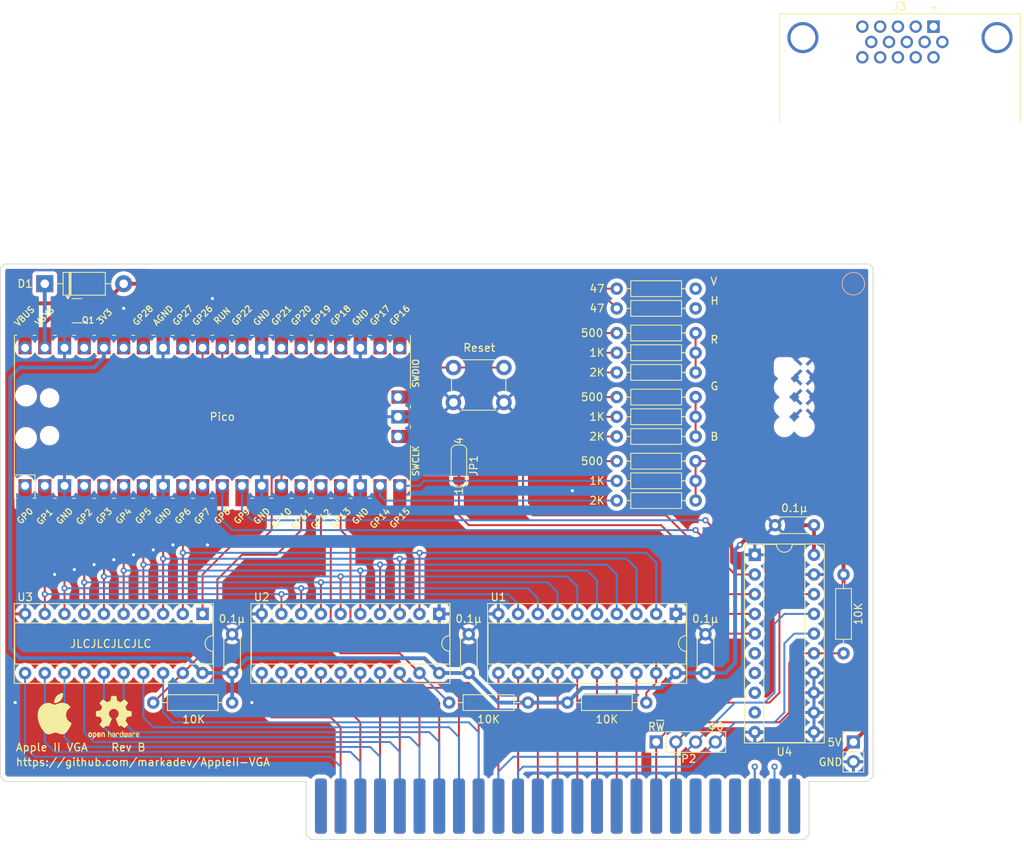
<source format=kicad_pcb>
(kicad_pcb (version 20240108) (generator "pcbnew") (generator_version "8.0")
  (title_block (title "Apple II VGA Card") (date "2023-09-09") (rev "B") (comment 1 "Licensed under CERN-OHL-P V2.0 (https://ohwr.org/cern_ohl_p_v2.txt)") (comment 2 "Copyright (c) 2021-2023 Mark Aikens"))
  (layers (0 "F.Cu" signal) (31 "B.Cu" signal) (35 "F.Paste" user) (37 "F.SilkS" user "F.Silkscreen") (38 "B.Mask" user) (39 "F.Mask" user) (44 "Edge.Cuts" user))
  (net 0 "")
  (net 1 "+5V")
  (net 2 "GND")
  (net 3 "+3.3V")
  (net 4 "~{DMAPASS}")
  (net 5 "~{INTPASS}")
  (net 6 "/DA0")
  (net 7 "/DA1")
  (net 8 "/DA2")
  (net 9 "/DA3")
  (net 10 "/DA4")
  (net 11 "/DA5")
  (net 12 "/DA6")
  (net 13 "/DA7")
  (net 14 "/VSYS")
  (net 16 "SYNC")
  (net 21 "PHI0")
  (net 22 "R~{W}")
  (net 23 "VGA_VSYNC")
  (net 24 "VGA_HSYNC")
  (net 25 "VGA_B")
  (net 26 "VGA_G")
  (net 27 "VGA_R")
  (net 38 "RUN")
  (net 40 "~{DEVSEL}")
  (net 41 "Net-(U6-GPIO22)")
  (net 42 "Net-(U6-GPIO21)")
  (net 43 "Net-(U6-GPIO20)")
  (net 44 "Net-(U6-GPIO19)")
  (net 45 "Net-(U6-GPIO18)")
  (net 46 "Net-(U6-GPIO17)")
  (net 47 "Net-(U6-GPIO16)")
  (net 48 "Net-(U6-GPIO15)")
  (net 49 "Net-(U6-GPIO14)")
  (net 50 "Net-(U6-GPIO28_ADC2)")
  (net 51 "Net-(U6-GPIO27_ADC1)")
  (net 52 "Net-(U1-CE)")
  (net 53 "Net-(U2-CE)")
  (net 54 "Net-(U3-CE)")
  (net 55 "Net-(U4-A0)")
  (net 56 "Net-(U4-A1)")
  (net 57 "Net-(JP1-Pin_2)")
  (net 60 "PHI0_3.3")
  (net 63 "/VBUS")
  (net 68 "/A8")
  (net 69 "/A9")
  (net 70 "/A10")
  (net 71 "/A11")
  (net 72 "/A12")
  (net 73 "/A13")
  (net 74 "/A14")
  (net 75 "/A15")
  (net 76 "/A0")
  (net 77 "/A1")
  (net 78 "/A2")
  (net 79 "/A3")
  (net 80 "/A4")
  (net 81 "/A5")
  (net 82 "/A6")
  (net 83 "/A7")
  (net 84 "/D0")
  (net 85 "/D1")
  (net 86 "/D2")
  (net 87 "/D3")
  (net 88 "/D4")
  (net 89 "/D5")
  (net 90 "/D6")
  (net 91 "/D7")
  (net 92 "Net-(JP1-Pin_3)")
  (net 93 "Net-(JP1-Pin_1)")
  (footprint "AppleVGA:AppleIIBus_Edge" (layer "F.Cu") (at 152.4 136.525)
    (property "Reference" "J1" (hide yes))
    (property "Value" "AppleIIBus" (hide yes))
    (fp_line (start -32.385 3.683) (end -32.385 -3.175) (stroke (width 0.1)) (layer "Edge.Cuts"))
    (fp_line (start -31.75 4.318) (end -32.385 3.683) (stroke (width 0.1)) (layer "Edge.Cuts"))
    (fp_line (start 31.75 4.318) (end -31.75 4.318) (stroke (width 0.1)) (layer "Edge.Cuts"))
    (fp_line (start 31.75 4.318) (end 32.385 3.683) (stroke (width 0.1)) (layer "Edge.Cuts"))
    (fp_line (start 32.385 -3.175) (end 32.385 3.683) (stroke (width 0.1)) (layer "Edge.Cuts"))
  )
  (footprint "AppleVGA:R_Axial_DIN0207_L6.3mm_D2.5mm_P10.16mm_Thin_Horizontal" (layer "F.Cu") (at 160.02 80.645)
    (property "Reference" "R6" (hide yes))
    (property "Value" "2K")
  )
  (footprint "AppleVGA:R_Axial_DIN0207_L6.3mm_D2.5mm_P10.16mm_Thin_Horizontal" (layer "F.Cu") (at 160.02 83.82)
    (property "Reference" "R7" (hide yes))
    (property "Value" "500")
  )
  (footprint "AppleVGA:R_Axial_DIN0207_L6.3mm_D2.5mm_P10.16mm_Thin_Horizontal" (layer "F.Cu") (at 160.02 72.39)
    (property "Reference" "R14" (hide yes))
    (property "Value" "47")
  )
  (footprint "AppleVGA:R_Axial_DIN0207_L6.3mm_D2.5mm_P10.16mm_Thin_Horizontal" (layer "F.Cu") (at 160.02 69.85)
    (property "Reference" "R13" (hide yes))
    (property "Value" "47")
  )
  (footprint "AppleVGA:R_Axial_DIN0207_L6.3mm_D2.5mm_P10.16mm_Thin_Horizontal" (layer "F.Cu") (at 160.02 94.615)
    (property "Reference" "R11" (hide yes))
    (property "Value" "1K")
  )
  (footprint "AppleVGA:R_Axial_DIN0207_L6.3mm_D2.5mm_P10.16mm_Thin_Horizontal" (layer "F.Cu") (at 160.02 97.155)
    (property "Reference" "R12" (hide yes))
    (property "Value" "2K")
  )
  (footprint "AppleVGA:R_Axial_DIN0207_L6.3mm_D2.5mm_P10.16mm_Thin_Horizontal" (layer "F.Cu") (at 160.02 92.075)
    (property "Reference" "R10" (hide yes))
    (property "Value" "500")
  )
  (footprint "AppleVGA:R_Axial_DIN0207_L6.3mm_D2.5mm_P10.16mm_Thin_Horizontal" (layer "F.Cu") (at 160.02 86.36)
    (property "Reference" "R8" (hide yes))
    (property "Value" "1K")
  )
  (footprint "AppleVGA:R_Axial_DIN0207_L6.3mm_D2.5mm_P10.16mm_Thin_Horizontal" (layer "F.Cu") (at 160.02 88.9)
    (property "Reference" "R9" (hide yes))
    (property "Value" "2K")
  )
  (footprint "MCU_RaspberryPi_and_Boards:RPi_Pico_SMD_TH" (layer "F.Cu") (at 107.95 86.36 90)
    (property "Reference" "U6" (hide yes))
    (property "Value" "Pico")
  )
  (footprint "Diode_THT:D_DO-41_SOD81_P10.16mm_Horizontal" (layer "F.Cu") (at 86.36 69.215)
    (property "Reference" "D1")
    (property "Value" "1N5817" (hide yes))
  )
  (footprint "Button_Switch_THT:SW_PUSH_6mm_H5mm" (layer "F.Cu") (at 138.99 80.01)
    (property "Reference" "SW1" (hide yes))
    (property "Value" "Reset")
  )
  (footprint "Package_DIP:DIP-20_W7.62mm_Socket" (layer "F.Cu") (at 167.64 111.76 -90)
    (property "Reference" "U1")
    (property "Value" "74LVC245" (hide yes))
  )
  (footprint "Package_DIP:DIP-20_W7.62mm_Socket" (layer "F.Cu") (at 106.68 111.76 -90)
    (property "Reference" "U3")
    (property "Value" "74LVC245" (hide yes))
  )
  (footprint "Package_DIP:DIP-20_W7.62mm_Socket" (layer "F.Cu") (at 137.16 111.76 -90)
    (property "Reference" "U2")
    (property "Value" "74LVC245" (hide yes))
  )
  (footprint "Package_DIP:DIP-20_W7.62mm_Socket" (layer "F.Cu") (at 177.8 104.14)
    (property "Reference" "U4")
    (property "Value" "74LVC245" (hide yes))
  )
  (footprint "Capacitor_THT:C_Disc_D4.3mm_W1.9mm_P5.00mm" (layer "F.Cu") (at 110.49 119.38 90)
    (property "Reference" "C3" (hide yes))
    (property "Value" "0.1μ")
  )
  (footprint "Capacitor_THT:C_Disc_D4.3mm_W1.9mm_P5.00mm" (layer "F.Cu") (at 171.45 119.38 90)
    (property "Reference" "C1" (hide yes))
    (property "Value" "0.1μ")
  )
  (footprint "AppleVGA:R_Axial_DIN0207_L6.3mm_D2.5mm_P10.16mm_Thin_Horizontal" (layer "F.Cu") (at 160.02 78.105)
    (property "Reference" "R5" (hide yes))
    (property "Value" "1K")
  )
  (footprint "AppleVGA:R_Axial_DIN0207_L6.3mm_D2.5mm_P10.16mm_Thin_Horizontal" (layer "F.Cu") (at 160.02 75.565)
    (property "Reference" "R4" (hide yes))
    (property "Value" "500")
  )
  (footprint "AppleVGA:R_Axial_DIN0207_L6.3mm_D2.5mm_P10.16mm_Thin_Horizontal" (layer "F.Cu") (at 153.67 123.19)
    (property "Reference" "R1" (hide yes))
    (property "Value" "10K")
  )
  (footprint "AppleVGA:SolderJumper-4_P1.3mm_Bridged12_34_RoundedPad1.0x1.5mm_NumberLabels" (layer "F.Cu") (at 139.7 93.345 90)
    (property "Reference" "JP1")
    (property "Value" "JumperPads" (hide yes))
  )
  (footprint "AppleVGA:R_Axial_DIN0207_L6.3mm_D2.5mm_P10.16mm_Thin_Horizontal" (layer "F.Cu") (at 189.23 106.68 -90)
    (property "Reference" "R15" (hide yes))
    (property "Value" "10K")
  )
  (footprint "Connector_PinHeader_2.54mm:PinHeader_1x02_P2.54mm_Vertical" (layer "F.Cu") (at 190.5 128.27)
    (property "Reference" "TP1" (hide yes))
    (property "Value" "PowerTestPoints" (hide yes))
  )
  (footprint "Capacitor_THT:C_Disc_D4.3mm_W1.9mm_P5.00mm" (layer "F.Cu") (at 140.97 119.38 90)
    (property "Reference" "C2" (hide yes))
    (property "Value" "0.1μ")
  )
  (footprint "Package_TO_SOT_SMD:SOT-23" (layer "F.Cu") (at 90.5025 72.6925)
    (property "Reference" "Q1")
    (property "Value" "DMG2305UX-7" (hide yes))
  )
  (footprint "AppleVGA:AppleLogo_5mm" (layer "F.Cu") (at 87.678318 120.612326)
    (property "Reference" "LOGO1" (hide yes))
    (property "Value" "AppleLogo_5mm" (hide yes))
  )
  (footprint "Connector_Dsub:DSUB-15-HD_Female_Horizontal_P2.29x1.98mm_EdgePinOffset8.35mm_Housed_MountingHolesOffset10.89mm" (layer "F.Cu") (at 200.815 36.08)
    (property "Reference" "J3")
    (property "Value" "DE15_HD_Female")
  )
  (footprint "Connector_PinHeader_2.54mm:PinHeader_1x04_P2.54mm_Vertical" (layer "F.Cu") (at 165.1 128.27 90)
    (property "Reference" "TP2")
    (property "Value" "SignalTestPoints" (hide yes))
  )
  (footprint "AppleVGA:R_Axial_DIN0207_L6.3mm_D2.5mm_P10.16mm_Thin_Horizontal" (layer "F.Cu") (at 110.49 123.19 180)
    (property "Reference" "R3" (hide yes))
    (property "Value" "10K")
  )
  (footprint "Capacitor_THT:C_Disc_D4.3mm_W1.9mm_P5.00mm" (layer "F.Cu") (at 185.42 100.33 180)
    (property "Reference" "C4" (hide yes))
    (property "Value" "0.1μ")
  )
  (footprint "Symbol:OSHW-Logo2_7.3x6mm_SilkScreen" (layer "F.Cu") (at 95.25 125.095)
    (property "Reference" "REF**" (hide yes))
    (property "Value" "OSHW-Logo2_7.3x6mm_SilkScreen" (hide yes))
  )
  (footprint "AppleVGA:R_Axial_DIN0207_L6.3mm_D2.5mm_P10.16mm_Thin_Horizontal" (layer "F.Cu") (at 148.59 123.19 180)
    (property "Reference" "R2" (hide yes))
    (property "Value" "10K")
  )
  (footprint "TestPoint:TestPoint_Pad_D2.5mm" (layer "B.Cu") (at 190.5 69.215 180)
    (property "Reference" "REF**" (hide yes))
    (property "Value" "TestPoint_Pad_D2.5mm")
  )
  (gr_line (start 193.04 132.715) (end 193.04 67.183) (stroke (width 0.1)) (layer "Edge.Cuts"))
  (gr_line (start 192.532 66.675) (end 81.153 66.675) (stroke (width 0.1)) (layer "Edge.Cuts"))
  (gr_line (start 81.28 133.35) (end 120.015 133.35) (stroke (width 0.1)) (layer "Edge.Cuts"))
  (gr_line (start 184.785 133.35) (end 192.405 133.35) (stroke (width 0.1)) (layer "Edge.Cuts"))
  (gr_line (start 81.153 66.675) (end 80.645 67.183) (stroke (width 0.1)) (layer "Edge.Cuts"))
  (gr_line (start 192.532 66.675) (end 193.04 67.183) (stroke (width 0.1)) (layer "Edge.Cuts"))
  (gr_line (start 80.645 132.715) (end 81.28 133.35) (stroke (width 0.1)) (layer "Edge.Cuts"))
  (gr_line (start 192.405 133.35) (end 193.04 132.715) (stroke (width 0.1)) (layer "Edge.Cuts"))
  (gr_line (start 80.645 67.183) (end 80.645 132.715) (stroke (width 0.1)) (layer "Edge.Cuts"))
  (gr_text "GND" (at 185.928 131.445 0) (layer "F.SilkS") (effects (font (size 1 1)) (justify left bottom)))
  (gr_text "R" (at 172 77 0) (layer "F.SilkS") (effects (font (size 1 1)) (justify left bottom)))
  (gr_text "Apple II VGA    Rev B" (at 82.55 129.54 0) (layer "F.SilkS") (effects (font (size 1 1)) (justify left bottom)))
  (gr_text "V" (at 172 69.5 0) (layer "F.SilkS") (effects (font (size 1 1)) (justify left bottom)))
  (gr_text "JLCJLCJLCJLC" (at 89.535 116.205 0) (layer "F.SilkS") (effects (font (size 1.016 1.016) (thickness 0.1524)) (justify left bottom)))
  (gr_text "H" (at 172 72 0) (layer "F.SilkS") (effects (font (size 1 1)) (justify left bottom)))
  (gr_text "G" (at 172 83 0) (layer "F.SilkS") (effects (font (size 1 1)) (justify left bottom)))
  (gr_text "5V" (at 187.071 128.905 0) (layer "F.SilkS") (effects (font (size 1 1)) (justify left bottom)))
  (gr_text "R~{W}" (at 163.957 126.873 0) (layer "F.SilkS") (effects (font (size 1 1)) (justify left bottom)))
  (gr_text "B" (at 172 89.5 0) (layer "F.SilkS") (effects (font (size 1 1)) (justify left bottom)))
  (gr_text "https://github.com/markadev/AppleII-VGA" (at 82.55 131.445 0) (layer "F.SilkS") (effects (font (size 1 1)) (justify left bottom)))
  (gr_text "Φ0" (at 171.704 126.873 0) (layer "F.SilkS") (effects (font (size 1 1)) (justify left bottom)))
  (segment (start 189.23 104.775) (end 191.77 102.235) (width 0.5) (layer "F.Cu") (net 1))
  (segment (start 182.88 132.08) (end 182.88 136.525) (width 0.5) (layer "F.Cu") (net 1))
  (segment (start 91.44 72.6925) (end 93.0425 72.6925) (width 0.5) (layer "F.Cu") (net 1))
  (segment (start 190.5 128.27) (end 187.96 130.81) (width 0.5) (layer "F.Cu") (net 1))
  (segment (start 191.77 127) (end 190.5 128.27) (width 0.5) (layer "F.Cu") (net 1))
  (segment (start 191.77 73.025) (end 191.77 102.235) (width 0.5) (layer "F.Cu") (net 1))
  (segment (start 191.77 111.125) (end 191.77 127) (width 0.5) (layer "F.Cu") (net 1))
  (segment (start 186.69 67.945) (end 191.77 73.025) (width 0.5) (layer "F.Cu") (net 1))
  (segment (start 184.15 130.81) (end 182.88 132.08) (width 0.5) (layer "F.Cu") (net 1))
  (segment (start 189.23 106.68) (end 189.23 104.775) (width 0.5) (layer "F.Cu") (net 1))
  (segment (start 100.33 67.945) (end 186.69 67.945) (width 0.5) (layer "F.Cu") (net 1))
  (segment (start 93.0425 72.6925) (end 96.52 69.215) (width 0.5) (layer "F.Cu") (net 1))
  (segment (start 189.23 106.68) (end 189.23 108.585) (width 0.5) (layer "F.Cu") (net 1))
  (segment (start 189.23 108.585) (end 191.77 111.125) (width 0.5) (layer "F.Cu") (net 1))
  (segment (start 96.52 69.215) (end 99.06 69.215) (width 0.5) (layer "F.Cu") (net 1))
  (segment (start 187.96 130.81) (end 184.15 130.81) (width 0.5) (layer "F.Cu") (net 1))
  (segment (start 99.06 69.215) (end 100.33 67.945) (width 0.5) (layer "F.Cu") (net 1))
  (via (at 97.79 104.14) (size 0.8) (drill 0.4) (layers "F.Cu" "B.Cu") (net 2))
  (via (at 154.305 95.885) (size 0.8) (drill 0.4) (layers "F.Cu" "B.Cu") (net 2))
  (via (at 113.03 123.19) (size 0.8) (drill 0.4) (layers "F.Cu" "B.Cu") (net 2))
  (via (at 102.87 102.87) (size 0.8) (drill 0.4) (layers "F.Cu" "B.Cu") (net 2))
  (via (at 92.71 105.41) (size 0.8) (drill 0.4) (layers "F.Cu" "B.Cu") (net 2))
  (via (at 100.33 103.505) (size 0.8) (drill 0.4) (layers "F.Cu" "B.Cu") (net 2))
  (via (at 90.17 106.045) (size 0.8) (drill 0.4) (layers "F.Cu" "B.Cu") (net 2))
  (via (at 82.55 123.19) (size 0.8) (drill 0.4) (layers "F.Cu" "B.Cu") (net 2))
  (via (at 87.63 106.68) (size 0.8) (drill 0.4) (layers "F.Cu" "B.Cu") (net 2))
  (via (at 95.25 104.775) (size 0.8) (drill 0.4) (layers "F.Cu" "B.Cu") (net 2))
  (via (at 96.52 72.39) (size 0.8) (drill 0.4) (layers "F.Cu" "B.Cu") (net 2))
  (via (at 107.315 102.87) (size 0.8) (drill 0.4) (layers "F.Cu" "B.Cu") (net 2))
  (via (at 107.95 71.12) (size 0.8) (drill 0.4) (layers "F.Cu" "B.Cu") (net 2))
  (segment (start 182.88 137.16) (end 182.88 130.175) (width 0.5) (layer "B.Cu") (net 2))
  (segment (start 182.88 130.175) (end 179.705 127) (width 0.5) (layer "B.Cu") (net 2))
  (segment (start 179.705 127) (end 177.8 127) (width 0.5) (layer "B.Cu") (net 2))
  (segment (start 176.53 102.235) (end 175.895 102.87) (width 0.5) (layer "F.Cu") (net 3))
  (segment (start 185.42 100.33) (end 185.42 104.14) (width 0.5) (layer "F.Cu") (net 3))
  (segment (start 184.15 100.33) (end 185.42 100.33) (width 0.5) (layer "F.Cu") (net 3))
  (segment (start 182.245 102.235) (end 176.53 102.235) (width 0.5) (layer "F.Cu") (net 3))
  (segment (start 182.245 102.235) (end 184.15 100.33) (width 0.5) (layer "F.Cu") (net 3))
  (via (at 175.895 102.87) (size 0.8) (drill 0.4) (layers "F.Cu" "B.Cu") (net 3))
  (segment (start 135.255 117.475) (end 137.16 119.38) (width 0.5) (layer "B.Cu") (net 3))
  (segment (start 171.45 119.38) (end 173.99 119.38) (width 0.5) (layer "B.Cu") (net 3))
  (segment (start 81.915 81.28) (end 81.915 116.205) (width 0.5) (layer "B.Cu") (net 3))
  (segment (start 140.97 119.38) (end 144.78 123.19) (width 0.5) (layer "B.Cu") (net 3))
  (segment (start 153.67 123.19) (end 155.575 121.285) (width 0.5) (layer "B.Cu") (net 3))
  (segment (start 171.45 119.38) (end 167.64 119.38) (width 0.5) (layer "B.Cu") (net 3))
  (segment (start 175.26 118.11) (end 175.26 103.505) (width 0.5) (layer "B.Cu") (net 3))
  (segment (start 137.16 119.38) (end 140.97 119.38) (width 0.5) (layer "B.Cu") (net 3))
  (segment (start 173.99 119.38) (end 175.26 118.11) (width 0.5) (layer "B.Cu") (net 3))
  (segment (start 83.185 80.01) (end 81.915 81.28) (width 0.5) (layer "B.Cu") (net 3))
  (segment (start 175.26 103.505) (end 175.895 102.87) (width 0.5) (layer "B.Cu") (net 3))
  (segment (start 104.775 117.475) (end 106.68 119.38) (width 0.5) (layer "B.Cu") (net 3))
  (segment (start 144.78 123.19) (end 153.67 123.19) (width 0.5) (layer "B.Cu") (net 3))
  (segment (start 93.98 78.74) (end 92.71 80.01) (width 0.5) (layer "B.Cu") (net 3))
  (segment (start 93.98 77.47) (end 93.98 78.74) (width 0.5) (layer "B.Cu") (net 3))
  (segment (start 83.185 117.475) (end 104.775 117.475) (width 0.5) (layer "B.Cu") (net 3))
  (segment (start 81.915 116.205) (end 83.185 117.475) (width 0.5) (layer "B.Cu") (net 3))
  (segment (start 110.49 119.38) (end 112.395 117.475) (width 0.5) (layer "B.Cu") (net 3))
  (segment (start 167.64 119.38) (end 165.735 121.285) (width 0.5) (layer "B.Cu") (net 3))
  (segment (start 165.735 121.285) (end 155.575 121.285) (width 0.5) (layer "B.Cu") (net 3))
  (segment (start 110.49 119.38) (end 106.68 119.38) (width 0.5) (layer "B.Cu") (net 3))
  (segment (start 110.49 119.38) (end 110.49 123.19) (width 0.5) (layer "B.Cu") (net 3))
  (segment (start 112.395 117.475) (end 135.255 117.475) (width 0.5) (layer "B.Cu") (net 3))
  (segment (start 92.71 80.01) (end 83.185 80.01) (width 0.5) (layer "B.Cu") (net 3))
  (segment (start 180.34 137.16) (end 180.34 131.445) (width 0.25) (layer "F.Cu") (net 4))
  (via (at 180.34 131.445) (size 0.8) (drill 0.4) (layers "F.Cu" "B.Cu") (net 4))
  (segment (start 180.34 137.16) (end 180.34 131.445) (width 0.25) (layer "B.Cu") (net 4))
  (segment (start 177.8 137.16) (end 177.8 131.445) (width 0.25) (layer "F.Cu") (net 5))
  (via (at 177.8 131.445) (size 0.8) (drill 0.4) (layers "F.Cu" "B.Cu") (net 5))
  (segment (start 177.8 137.16) (end 177.8 131.445) (width 0.25) (layer "B.Cu") (net 5))
  (segment (start 83.82 95.25) (end 83.82 100.33) (width 0.25) (layer "F.Cu") (net 6))
  (segment (start 86.36 109.22) (end 86.36 111.76) (width 0.25) (layer "F.Cu") (net 6))
  (segment (start 86.36 102.87) (end 83.82 100.33) (width 0.25) (layer "F.Cu") (net 6))
  (segment (start 116.84 111.76) (end 116.84 109.22) (width 0.25) (layer "F.Cu") (net 6))
  (segment (start 86.36 109.22) (end 86.36 102.87) (width 0.25) (layer "F.Cu") (net 6))
  (via (at 116.84 109.22) (size 0.8) (drill 0.4) (layers "F.Cu" "B.Cu") (net 6))
  (via (at 86.36 109.22) (size 0.8) (drill 0.4) (layers "F.Cu" "B.Cu") (net 6))
  (segment (start 86.36 109.22) (end 116.84 109.22) (width 0.25) (layer "B.Cu") (net 6))
  (segment (start 116.84 109.22) (end 146.05 109.22) (width 0.25) (layer "B.Cu") (net 6))
  (segment (start 147.32 110.49) (end 147.32 111.76) (width 0.25) (layer "B.Cu") (net 6))
  (segment (start 146.05 109.22) (end 147.32 110.49) (width 0.25) (layer "B.Cu") (net 6))
  (segment (start 86.36 95.25) (end 86.36 99.695) (width 0.25) (layer "F.Cu") (net 7))
  (segment (start 88.9 111.76) (end 88.9 102.235) (width 0.25) (layer "F.Cu") (net 7))
  (segment (start 88.9 102.235) (end 86.36 99.695) (width 0.25) (layer "F.Cu") (net 7))
  (segment (start 119.38 108.458) (end 119.38 111.76) (width 0.25) (layer "F.Cu") (net 7))
  (via (at 119.38 108.458) (size 0.8) (drill 0.4) (layers "F.Cu" "B.Cu") (net 7))
  (via (at 88.9 108.458) (size 0.8) (drill 0.4) (layers "F.Cu" "B.Cu") (net 7))
  (segment (start 148.59 108.458) (end 149.86 109.728) (width 0.25) (layer "B.Cu") (net 7))
  (segment (start 119.38 108.458) (end 148.59 108.458) (width 0.25) (layer "B.Cu") (net 7))
  (segment (start 88.9 108.458) (end 119.38 108.458) (width 0.25) (layer "B.Cu") (net 7))
  (segment (start 149.86 109.728) (end 149.86 111.76) (width 0.25) (layer "B.Cu") (net 7))
  (segment (start 121.92 107.696) (end 121.92 111.76) (width 0.25) (layer "F.Cu") (net 8))
  (segment (start 91.44 111.76) (end 91.44 95.25) (width 0.25) (layer "F.Cu") (net 8))
  (via (at 121.92 107.696) (size 0.8) (drill 0.4) (layers "F.Cu" "B.Cu") (net 8))
  (via (at 91.44 107.696) (size 0.8) (drill 0.4) (layers "F.Cu" "B.Cu") (net 8))
  (segment (start 121.92 107.696) (end 151.13 107.696) (width 0.25) (layer "B.Cu") (net 8))
  (segment (start 151.13 107.696) (end 152.4 108.966) (width 0.25) (layer "B.Cu") (net 8))
  (segment (start 91.44 107.696) (end 121.92 107.696) (width 0.25) (layer "B.Cu") (net 8))
  (segment (start 152.4 108.966) (end 152.4 111.76) (width 0.25) (layer "B.Cu") (net 8))
  (segment (start 93.98 111.76) (end 93.98 95.25) (width 0.25) (layer "F.Cu") (net 9))
  (segment (start 124.46 106.934) (end 124.46 111.76) (width 0.25) (layer "F.Cu") (net 9))
  (via (at 93.98 106.934) (size 0.8) (drill 0.4) (layers "F.Cu" "B.Cu") (net 9))
  (via (at 124.46 106.934) (size 0.8) (drill 0.4) (layers "F.Cu" "B.Cu") (net 9))
  (segment (start 124.46 106.934) (end 153.67 106.934) (width 0.25) (layer "B.Cu") (net 9))
  (segment (start 93.98 106.934) (end 124.46 106.934) (width 0.25) (layer "B.Cu") (net 9))
  (segment (start 153.67 106.934) (end 154.94 108.204) (width 0.25) (layer "B.Cu") (net 9))
  (segment (start 154.94 108.204) (end 154.94 111.76) (width 0.25) (layer "B.Cu") (net 9))
  (segment (start 96.52 111.76) (end 96.52 95.25) (width 0.25) (layer "F.Cu") (net 10))
  (segment (start 127 106.172) (end 127 111.76) (width 0.25) (layer "F.Cu") (net 10))
  (via (at 127 106.172) (size 0.8) (drill 0.4) (layers "F.Cu" "B.Cu") (net 10))
  (via (at 96.52 106.172) (size 0.8) (drill 0.4) (layers "F.Cu" "B.Cu") (net 10))
  (segment (start 96.52 106.172) (end 127 106.172) (width 0.25) (layer "B.Cu") (net 10))
  (segment (start 127 106.172) (end 156.21 106.172) (width 0.25) (layer "B.Cu") (net 10))
  (segment (start 156.21 106.172) (end 157.48 107.442) (width 0.25) (layer "B.Cu") (net 10))
  (segment (start 157.48 107.442) (end 157.48 111.76) (width 0.25) (layer "B.Cu") (net 10))
  (segment (start 129.54 105.41) (end 129.54 111.76) (width 0.25) (layer "F.Cu") (net 11))
  (segment (start 99.06 111.76) (end 99.06 95.25) (width 0.25) (layer "F.Cu") (net 11))
  (via (at 99.06 105.41) (size 0.8) (drill 0.4) (layers "F.Cu" "B.Cu") (net 11))
  (via (at 129.54 105.41) (size 0.8) (drill 0.4) (layers "F.Cu" "B.Cu") (net 11))
  (segment (start 158.75 105.41) (end 160.02 106.68) (width 0.25) (layer "B.Cu") (net 11))
  (segment (start 129.54 105.41) (end 158.75 105.41) (width 0.25) (layer "B.Cu") (net 11))
  (segment (start 160.02 106.68) (end 160.02 111.76) (width 0.25) (layer "B.Cu") (net 11))
  (segment (start 99.06 105.41) (end 129.54 105.41) (width 0.25) (layer "B.Cu") (net 11))
  (segment (start 132.08 104.648) (end 132.08 111.76) (width 0.25) (layer "F.Cu") (net 12))
  (segment (start 104.14 95.25) (end 104.14 99.695) (width 0.25) (layer "F.Cu") (net 12))
  (segment (start 101.6 111.76) (end 101.6 104.648) (width 0.25) (layer "F.Cu") (net 12))
  (segment (start 104.14 99.695) (end 101.6 102.235) (width 0.25) (layer "F.Cu") (net 12))
  (segment (start 101.6 102.235) (end 101.6 104.648) (width 0.25) (layer "F.Cu") (net 12))
  (via (at 101.6 104.648) (size 0.8) (drill 0.4) (layers "F.Cu" "B.Cu") (net 12))
  (via (at 132.08 104.648) (size 0.8) (drill 0.4) (layers "F.Cu" "B.Cu") (net 12))
  (segment (start 162.56 105.918) (end 162.56 111.76) (width 0.25) (layer "B.Cu") (net 12))
  (segment (start 132.08 104.648) (end 161.29 104.648) (width 0.25) (layer "B.Cu") (net 12))
  (segment (start 161.29 104.648) (end 162.56 105.918) (width 0.25) (layer "B.Cu") (net 12))
  (segment (start 101.6 104.648) (end 132.08 104.648) (width 0.25) (layer "B.Cu") (net 12))
  (segment (start 134.62 103.886) (end 134.62 111.76) (width 0.25) (layer "F.Cu") (net 13))
  (segment (start 104.14 102.87) (end 104.14 103.886) (width 0.25) (layer "F.Cu") (net 13))
  (segment (start 106.68 100.33) (end 106.68 95.25) (width 0.25) (layer "F.Cu") (net 13))
  (segment (start 104.14 111.76) (end 104.14 103.886) (width 0.25) (layer "F.Cu") (net 13))
  (segment (start 104.14 102.87) (end 106.68 100.33) (width 0.25) (layer "F.Cu") (net 13))
  (via (at 134.62 103.886) (size 0.8) (drill 0.4) (layers "F.Cu" "B.Cu") (net 13))
  (via (at 104.14 103.886) (size 0.8) (drill 0.4) (layers "F.Cu" "B.Cu") (net 13))
  (segment (start 104.14 103.886) (end 134.62 103.886) (width 0.25) (layer "B.Cu") (net 13))
  (segment (start 134.62 103.886) (end 163.83 103.886) (width 0.25) (layer "B.Cu") (net 13))
  (segment (start 165.1 105.156) (end 165.1 111.76) (width 0.25) (layer "B.Cu") (net 13))
  (segment (start 163.83 103.886) (end 165.1 105.156) (width 0.25) (layer "B.Cu") (net 13))
  (segment (start 87.0125 73.6425) (end 86.36 74.295) (width 0.5) (layer "F.Cu") (net 14))
  (segment (start 89.565 73.6425) (end 87.0125 73.6425) (width 0.5) (layer "F.Cu") (net 14))
  (segment (start 86.36 74.295) (end 86.36 77.47) (width 0.5) (layer "F.Cu") (net 14))
  (segment (start 86.36 69.215) (end 86.36 77.47) (width 0.5) (layer "B.Cu") (net 14))
  (segment (start 167.64 128.27) (end 170.18 125.73) (width 0.25) (layer "F.Cu") (net 16))
  (segment (start 183.515 116.84) (end 185.42 116.84) (width 0.25) (layer "F.Cu") (net 16))
  (segment (start 182.245 124.46) (end 182.245 118.11) (width 0.25) (layer "F.Cu") (net 16))
  (segment (start 182.245 118.11) (end 183.515 116.84) (width 0.25) (layer "F.Cu") (net 16))
  (segment (start 189.23 116.84) (end 185.42 116.84) (width 0.25) (layer "F.Cu") (net 16))
  (segment (start 167.64 136.525) (end 167.64 128.27) (width 0.25) (layer "F.Cu") (net 16))
  (segment (start 180.975 125.73) (end 182.245 124.46) (width 0.25) (layer "F.Cu") (net 16))
  (segment (start 170.18 125.73) (end 180.975 125.73) (width 0.25) (layer "F.Cu") (net 16))
  (segment (start 147.955 131.445) (end 147.32 132.08) (width 0.25) (layer "B.Cu") (net 21))
  (segment (start 169.545 131.445) (end 147.955 131.445) (width 0.25) (layer "B.Cu") (net 21))
  (segment (start 180.34 125.73) (end 181.61 124.46) (width 0.25) (layer "B.Cu") (net 21))
  (segment (start 172.72 128.27) (end 169.545 131.445) (width 0.25) (layer "B.Cu") (net 21))
  (segment (start 182.88 114.3) (end 185.42 114.3) (width 0.25) (layer "B.Cu") (net 21))
  (segment (start 175.26 125.73) (end 180.34 125.73) (width 0.25) (layer "B.Cu") (net 21))
  (segment (start 147.32 132.08) (end 147.32 137.16) (width 0.25) (layer "B.Cu") (net 21))
  (segment (start 172.72 128.27) (end 175.26 125.73) (width 0.25) (layer "B.Cu") (net 21))
  (segment (start 181.61 124.46) (end 181.61 115.57) (width 0.25) (layer "B.Cu") (net 21))
  (segment (start 181.61 115.57) (end 182.88 114.3) (width 0.25) (layer "B.Cu") (net 21))
  (segment (start 165.1 128.27) (end 170.18 123.19) (width 0.25) (layer "F.Cu") (net 22))
  (segment (start 165.1 136.525) (end 165.1 128.27) (width 0.25) (layer "F.Cu") (net 22))
  (segment (start 179.705 123.19) (end 180.975 121.92) (width 0.25) (layer "F.Cu") (net 22))
  (segment (start 170.18 123.19) (end 179.705 123.19) (width 0.25) (layer "F.Cu") (net 22))
  (segment (start 180.975 110.49) (end 182.245 109.22) (width 0.25) (layer "F.Cu") (net 22))
  (segment (start 182.245 109.22) (end 185.42 109.22) (width 0.25) (layer "F.Cu") (net 22))
  (segment (start 180.975 121.92) (end 180.975 110.49) (width 0.25) (layer "F.Cu") (net 22))
  (segment (start 170.18 94.615) (end 170.18 97.155) (width 0.25) (layer "F.Cu") (net 25))
  (segment (start 170.18 92.075) (end 170.18 94.615) (width 0.25) (layer "F.Cu") (net 25))
  (segment (start 170.18 92.075) (end 171.45 92.075) (width 0.25) (layer "F.Cu") (net 25))
  (segment (start 170.18 83.82) (end 170.18 86.36) (width 0.25) (layer "F.Cu") (net 26))
  (segment (start 170.18 86.36) (end 170.18 88.9) (width 0.25) (layer "F.Cu") (net 26))
  (segment (start 170.18 78.105) (end 170.18 80.645) (width 0.25) (layer "F.Cu") (net 27))
  (segment (start 170.18 75.565) (end 170.18 78.105) (width 0.25) (layer "F.Cu") (net 27))
  (segment (start 138.99 80.01) (end 145.49 80.01) (width 0.25) (layer "F.Cu") (net 38))
  (segment (start 109.22 79.085) (end 110.145 80.01) (width 0.25) (layer "F.Cu") (net 38))
  (segment (start 138.99 80.01) (end 110.145 80.01) (width 0.25) (layer "F.Cu") (net 38))
  (segment (start 109.22 77.47) (end 109.22 79.085) (width 0.25) (layer "F.Cu") (net 38))
  (segment (start 170.18 128.27) (end 168.275 130.175) (width 0.25) (layer "B.Cu") (net 40))
  (segment (start 170.18 128.27) (end 175.26 123.19) (width 0.25) (layer "B.Cu") (net 40))
  (segment (start 146.685 130.175) (end 144.78 132.08) (width 0.25) (layer "B.Cu") (net 40))
  (segment (start 180.34 121.92) (end 180.34 113.03) (width 0.25) (layer "B.Cu") (net 40))
  (segment (start 181.61 111.76) (end 185.42 111.76) (width 0.25) (layer "B.Cu") (net 40))
  (segment (start 180.34 113.03) (end 181.61 111.76) (width 0.25) (layer "B.Cu") (net 40))
  (segment (start 168.275 130.175) (end 146.685 130.175) (width 0.25) (layer "B.Cu") (net 40))
  (segment (start 179.07 123.19) (end 180.34 121.92) (width 0.25) (layer "B.Cu") (net 40))
  (segment (start 175.26 123.19) (end 179.07 123.19) (width 0.25) (layer "B.Cu") (net 40))
  (segment (start 144.78 132.08) (end 144.78 137.16) (width 0.25) (layer "B.Cu") (net 40))
  (segment (start 111.76 71.755) (end 113.03 70.485) (width 0.25) (layer "F.Cu") (net 41))
  (segment (start 156.845 74.295) (end 156.845 71.755) (width 0.25) (layer "F.Cu") (net 41))
  (segment (start 111.76 77.47) (end 111.76 71.755) (width 0.25) (layer "F.Cu") (net 41))
  (segment (start 156.845 71.755) (end 155.575 70.485) (width 0.25) (layer "F.Cu") (net 41))
  (segment (start 155.575 70.485) (end 113.03 70.485) (width 0.25) (layer "F.Cu") (net 41))
  (segment (start 160.02 75.565) (end 158.115 75.565) (width 0.25) (layer "F.Cu") (net 41))
  (segment (start 158.115 75.565) (end 156.845 74.295) (width 0.25) (layer "F.Cu") (net 41))
  (segment (start 157.48 78.105) (end 160.02 78.105) (width 0.25) (layer "F.Cu") (net 42))
  (segment (start 116.84 72.39) (end 118.11 71.12) (width 0.25) (layer "F.Cu") (net 42))
  (segment (start 154.94 71.12) (end 156.21 72.39) (width 0.25) (layer "F.Cu") (net 42))
  (segment (start 156.21 76.835) (end 157.48 78.105) (width 0.25) (layer "F.Cu") (net 42))
  (segment (start 116.84 77.47) (end 116.84 72.39) (width 0.25) (layer "F.Cu") (net 42))
  (segment (start 156.21 72.39) (end 156.21 76.835) (width 0.25) (layer "F.Cu") (net 42))
  (segment (start 118.11 71.12) (end 154.94 71.12) (width 0.25) (layer "F.Cu") (net 42))
  (segment (start 120.65 71.755) (end 154.305 71.755) (width 0.25) (layer "F.Cu") (net 43))
  (segment (start 155.575 79.375) (end 155.575 73.025) (width 0.25) (layer "F.Cu") (net 43))
  (segment (start 119.38 73.025) (end 120.65 71.755) (width 0.25) (layer "F.Cu") (net 43))
  (segment (start 119.38 77.47) (end 119.38 73.025) (width 0.25) (layer "F.Cu") (net 43))
  (segment (start 155.575 73.025) (end 154.305 71.755) (width 0.25) (layer "F.Cu") (net 43))
  (segment (start 156.845 80.645) (end 155.575 79.375) (width 0.25) (layer "F.Cu") (net 43))
  (segment (start 160.02 80.645) (end 156.845 80.645) (width 0.25) (layer "F.Cu") (net 43))
  (segment (start 153.67 82.55) (end 153.67 73.66) (width 0.25) (layer "F.Cu") (net 44))
  (segment (start 154.94 83.82) (end 153.67 82.55) (width 0.25) (layer "F.Cu") (net 44))
  (segment (start 123.19 72.39) (end 121.92 73.66) (width 0.25) (layer "F.Cu") (net 44))
  (segment (start 160.02 83.82) (end 154.94 83.82) (width 0.25) (layer "F.Cu") (net 44))
  (segment (start 153.67 73.66) (end 152.4 72.39) (width 0.25) (layer "F.Cu") (net 44))
  (segment (start 152.4 72.39) (end 123.19 72.39) (width 0.25) (layer "F.Cu") (net 44))
  (segment (start 121.92 73.66) (end 121.92 77.47) (width 0.25) (layer "F.Cu") (net 44))
  (segment (start 151.765 73.025) (end 153.035 74.295) (width 0.25) (layer "F.Cu") (net 45))
  (segment (start 124.46 77.47) (end 124.46 74.295) (width 0.25) (layer "F.Cu") (net 45))
  (segment (start 124.46 74.295) (end 125.73 73.025) (width 0.25) (layer "F.Cu") (net 45))
  (segment (start 153.035 85.09) (end 154.305 86.36) (width 0.25) (layer "F.Cu") (net 45))
  (segment (start 153.035 74.295) (end 153.035 85.09) (width 0.25) (layer "F.Cu") (net 45))
  (segment (start 154.305 86.36) (end 160.02 86.36) (width 0.25) (layer "F.Cu") (net 45))
  (segment (start 125.73 73.025) (end 151.765 73.025) (width 0.25) (layer "F.Cu") (net 45))
  (segment (start 129.54 74.93) (end 130.81 73.66) (width 0.25) (layer "F.Cu") (net 46))
  (segment (start 152.4 87.63) (end 153.67 88.9) (width 0.25) (layer "F.Cu") (net 46))
  (segment (start 130.81 73.66) (end 151.13 73.66) (width 0.25) (layer "F.Cu") (net 46))
  (segment (start 151.13 73.66) (end 152.4 74.93) (width 0.25) (layer "F.Cu") (net 46))
  (segment (start 153.67 88.9) (end 160.02 88.9) (width 0.25) (layer "F.Cu") (net 46))
  (segment (start 129.54 77.47) (end 129.54 74.93) (width 0.25) (layer "F.Cu") (net 46))
  (segment (start 152.4 74.93) (end 152.4 87.63) (width 0.25) (layer "F.Cu") (net 46))
  (segment (start 149.225 74.295) (end 133.35 74.295) (width 0.25) (layer "F.Cu") (net 47))
  (segment (start 149.225 74.295) (end 150.495 75.565) (width 0.25) (layer "F.Cu") (net 47))
  (segment (start 132.08 75.565) (end 133.35 74.295) (width 0.25) (layer "F.Cu") (net 47))
  (segment (start 150.495 75.565) (end 150.495 90.805) (width 0.25) (layer "F.Cu") (net 47))
  (segment (start 150.495 90.805) (end 151.765 92.075) (width 0.25) (layer "F.Cu") (net 47))
  (segment (start 151.765 92.075) (end 160.02 92.075) (width 0.25) (layer "F.Cu") (net 47))
  (segment (start 134.62 95.25) (end 132.08 95.25) (width 0.25) (layer "B.Cu") (net 48))
  (segment (start 135.255 94.615) (end 134.62 95.25) (width 0.25) (layer "B.Cu") (net 48))
  (segment (start 160.02 94.615) (end 135.255 94.615) (width 0.25) (layer "B.Cu") (net 48))
  (segment (start 130.175 97.155) (end 160.02 97.155) (width 0.25) (layer "B.Cu") (net 49))
  (segment (start 129.54 96.52) (end 130.175 97.155) (width 0.25) (layer "B.Cu") (net 49))
  (segment (start 129.54 95.25) (end 129.54 96.52) (width 0.25) (layer "B.Cu") (net 49))
  (segment (start 158.75 69.85) (end 160.02 69.85) (width 0.25) (layer "F.Cu") (net 50))
  (segment (start 99.06 77.47) (end 99.06 72.35) (width 0.25) (layer "F.Cu") (net 50))
  (segment (start 102.195 69.215) (end 158.115 69.215) (width 0.25) (layer "F.Cu") (net 50))
  (segment (start 99.06 72.35) (end 102.195 69.215) (width 0.25) (layer "F.Cu") (net 50))
  (segment (start 158.115 69.215) (end 158.75 69.85) (width 0.25) (layer "F.Cu") (net 50))
  (segment (start 104.14 71.12) (end 105.41 69.85) (width 0.25) (layer "F.Cu") (net 51))
  (segment (start 104.14 77.47) (end 104.14 71.12) (width 0.25) (layer "F.Cu") (net 51))
  (segment (start 105.41 69.85) (end 157.48 69.85) (width 0.25) (layer "F.Cu") (net 51))
  (segment (start 157.48 69.85) (end 160.02 72.39) (width 0.25) (layer "F.Cu") (net 51))
  (segment (start 165.1 120.65) (end 163.83 121.92) (width 0.25) (layer "F.Cu") (net 52))
  (segment (start 124.46 95.25) (end 124.46 100.965) (width 0.25) (layer "F.Cu") (net 52))
  (segment (start 127 116.205) (end 163.195 116.205) (width 0.25) (layer "F.Cu") (net 52))
  (segment (start 163.83 121.92) (end 163.83 123.19) (width 0.25) (layer "F.Cu") (net 52))
  (segment (start 163.195 116.205) (end 165.1 118.11) (width 0.25) (layer "F.Cu") (net 52))
  (segment (start 125.73 102.235) (end 125.73 114.935) (width 0.25) (layer "F.Cu") (net 52))
  (segment (start 165.1 118.11) (end 165.1 119.38) (width 0.25) (layer "F.Cu") (net 52))
  (segment (start 165.1 119.38) (end 165.1 120.65) (width 0.25) (layer "F.Cu") (net 52))
  (segment (start 125.73 114.935) (end 127 116.205) (width 0.25) (layer "F.Cu") (net 52))
  (segment (start 124.46 100.965) (end 125.73 102.235) (width 0.25) (layer "F.Cu") (net 52))
  (segment (start 132.08 116.84) (end 124.46 116.84) (width 0.25) (layer "F.Cu") (net 53))
  (segment (start 123.19 102.87) (end 121.92 101.6) (width 0.25) (layer "F.Cu") (net 53))
  (segment (start 134.62 119.38) (end 132.08 116.84) (width 0.25) (layer "F.Cu") (net 53))
  (segment (start 121.92 101.6) (end 121.92 95.25) (width 0.25) (layer "F.Cu") (net 53))
  (segment (start 124.46 116.84) (end 123.19 115.57) (width 0.25) (layer "F.Cu") (net 53))
  (segment (start 123.19 115.57) (end 123.19 102.87) (width 0.25) (layer "F.Cu") (net 53))
  (segment (start 138.43 123.19) (end 134.62 119.38) (width 0.25) (layer "B.Cu") (net 53))
  (segment (start 116.205 104.14) (end 111.76 104.14) (width 0.25) (layer "F.Cu") (net 54))
  (segment (start 108.585 107.315) (end 111.76 104.14) (width 0.25) (layer "F.Cu") (net 54))
  (segment (start 104.14 119.38) (end 108.585 114.935) (width 0.25) (layer "F.Cu") (net 54))
  (segment (start 119.38 95.25) (end 119.38 100.965) (width 0.25) (layer "F.Cu") (net 54))
  (segment (start 104.14 119.38) (end 100.33 123.19) (width 0.25) (layer "F.Cu") (net 54))
  (segment (start 108.585 114.935) (end 108.585 107.315) (width 0.25) (layer "F.Cu") (net 54))
  (segment (start 116.205 104.14) (end 119.38 100.965) (width 0.25) (layer "F.Cu") (net 54))
  (segment (start 173.99 105.41) (end 175.26 106.68) (width 0.25) (layer "F.Cu") (net 55))
  (segment (start 177.8 106.68) (end 175.26 106.68) (width 0.25) (layer "F.Cu") (net 55))
  (segment (start 173.99 102.235) (end 171.45 99.695) (width 0.25) (layer "F.Cu") (net 55))
  (segment (start 173.99 105.41) (end 173.99 102.235) (width 0.25) (layer "F.Cu") (net 55))
  (via (at 171.45 99.695) (size 0.8) (drill 0.4) (layers "F.Cu" "B.Cu") (net 55))
  (segment (start 111.76 98.425) (end 113.03 99.695) (width 0.25) (layer "B.Cu") (net 55))
  (segment (start 113.03 99.695) (end 171.45 99.695) (width 0.25) (layer "B.Cu") (net 55))
  (segment (start 111.76 95.25) (end 111.76 98.425) (width 0.25) (layer "B.Cu") (net 55))
  (segment (start 172.72 103.505) (end 170.18 100.965) (width 0.25) (layer "F.Cu") (net 56))
  (segment (start 177.8 109.22) (end 173.99 109.22) (width 0.25) (layer "F.Cu") (net 56))
  (segment (start 173.99 109.22) (end 172.72 107.95) (width 0.25) (layer "F.Cu") (net 56))
  (segment (start 172.72 107.95) (end 172.72 103.505) (width 0.25) (layer "F.Cu") (net 56))
  (via (at 170.18 100.965) (size 0.8) (drill 0.4) (layers "F.Cu" "B.Cu") (net 56))
  (segment (start 110.49 100.965) (end 170.18 100.965) (width 0.25) (layer "B.Cu") (net 56))
  (segment (start 109.22 99.695) (end 110.49 100.965) (width 0.25) (layer "B.Cu") (net 56))
  (segment (start 109.22 95.25) (end 109.22 99.695) (width 0.25) (layer "B.Cu") (net 56))
  (segment (start 117.445 93.375) (end 116.84 93.98) (width 0.25) (layer "F.Cu") (net 57))
  (segment (start 116.84 93.98) (end 116.84 95.25) (width 0.25) (layer "F.Cu") (net 57))
  (segment (start 139.7 93.375) (end 117.445 93.375) (width 0.25) (layer "F.Cu") (net 57))
  (segment (start 166.37 99.06) (end 149.225 99.06) (width 0.25) (layer "F.Cu") (net 60))
  (segment (start 107.95 81.28) (end 106.68 80.01) (width 0.25) (layer "F.Cu") (net 60))
  (segment (start 171.45 104.14) (end 166.37 99.06) (width 0.25) (layer "F.Cu") (net 60))
  (segment (start 146.685 82.55) (end 136.525 82.55) (width 0.25) (layer "F.Cu") (net 60))
  (segment (start 136.525 82.55) (end 135.255 81.28) (width 0.25) (layer "F.Cu") (net 60))
  (segment (start 147.955 83.82) (end 146.685 82.55) (width 0.25) (layer "F.Cu") (net 60))
  (segment (start 135.255 81.28) (end 107.95 81.28) (width 0.25) (layer "F.Cu") (net 60))
  (segment (start 171.45 109.22) (end 171.45 104.14) (width 0.25) (layer "F.Cu") (net 60))
  (segment (start 147.955 97.79) (end 147.955 83.82) (width 0.25) (layer "F.Cu") (net 60))
  (segment (start 149.225 99.06) (end 147.955 97.79) (width 0.25) (layer "F.Cu") (net 60))
  (segment (start 173.99 111.76) (end 171.45 109.22) (width 0.25) (layer "F.Cu") (net 60))
  (segment (start 173.99 111.76) (end 177.8 111.76) (width 0.25) (layer "F.Cu") (net 60))
  (segment (start 106.68 80.01) (end 106.68 77.47) (width 0.25) (layer "F.Cu") (net 60))
  (segment (start 83.82 72.39) (end 83.82 77.47) (width 0.5) (layer "F.Cu") (net 63))
  (segment (start 84.4675 71.7425) (end 83.82 72.39) (width 0.5) (layer "F.Cu") (net 63))
  (segment (start 89.565 71.7425) (end 84.4675 71.7425) (width 0.5) (layer "F.Cu") (net 63))
  (segment (start 144.78 137.16) (end 144.78 119.38) (width 0.25) (layer "F.Cu") (net 68))
  (segment (start 147.32 137.16) (end 147.32 119.38) (width 0.25) (layer "F.Cu") (net 69))
  (segment (start 149.86 137.16) (end 149.86 119.38) (width 0.25) (layer "F.Cu") (net 70))
  (segment (start 152.4 137.16) (end 152.4 119.38) (width 0.25) (layer "F.Cu") (net 71))
  (segment (start 154.94 137.16) (end 154.94 119.38) (width 0.25) (layer "F.Cu") (net 72))
  (segment (start 157.48 137.16) (end 157.48 119.38) (width 0.25) (layer "F.Cu") (net 73))
  (segment (start 160.02 137.16) (end 160.02 119.38) (width 0.25) (layer "F.Cu") (net 74))
  (segment (start 162.56 137.16) (end 162.56 119.38) (width 0.25) (layer "F.Cu") (net 75))
  (segment (start 114.3 123.825) (end 114.3 119.38) (width 0.25) (layer "F.Cu") (net 76))
  (segment (start 115.57 125.095) (end 114.3 123.825) (width 0.25) (layer "F.Cu") (net 76))
  (segment (start 123.19 125.095) (end 115.57 125.095) (width 0.25) (layer "F.Cu") (net 76))
  (segment (start 124.46 126.365) (end 123.19 125.095) (width 0.25) (layer "F.Cu") (net 76))
  (segment (start 124.46 137.16) (end 124.46 126.365) (width 0.25) (layer "F.Cu") (net 76))
  (segment (start 127 137.16) (end 127 125.73) (width 0.25) (layer "F.Cu") (net 77))
  (segment (start 116.84 123.19) (end 116.84 119.38) (width 0.25) (layer "F.Cu") (net 77))
  (segment (start 127 125.73) (end 125.73 124.46) (width 0.25) (layer "F.Cu") (net 77))
  (segment (start 125.73 124.46) (end 118.11 124.46) (width 0.25) (layer "F.Cu") (net 77))
  (segment (start 118.11 124.46) (end 116.84 123.19) (width 0.25) (layer "F.Cu") (net 77))
  (segment (start 120.65 123.825) (end 119.38 122.555) (width 0.25) (layer "F.Cu") (net 78))
  (segment (start 128.27 123.825) (end 120.65 123.825) (width 0.25) (layer "F.Cu") (net 78))
  (segment (start 129.54 125.095) (end 128.27 123.825) (width 0.25) (layer "F.Cu") (net 78))
  (segment (start 119.38 122.555) (end 119.38 119.38) (width 0.25) (layer "F.Cu") (net 78))
  (segment (start 129.54 137.16) (end 129.54 125.095) (width 0.25) (layer "F.Cu") (net 78))
  (segment (start 132.08 137.16) (end 132.08 124.46) (width 0.25) (layer "F.Cu") (net 79))
  (segment (start 123.19 123.19) (end 121.92 121.92) (width 0.25) (layer "F.Cu") (net 79))
  (segment (start 121.92 121.92) (end 121.92 119.38) (width 0.25) (layer "F.Cu") (net 79))
  (segment (start 132.08 124.46) (end 130.81 123.19) (width 0.25) (layer "F.Cu") (net 79))
  (segment (start 130.81 123.19) (end 123.19 123.19) (width 0.25) (layer "F.Cu") (net 79))
  (segment (start 125.73 122.555) (end 124.46 121.285) (width 0.25) (layer "F.Cu") (net 80))
  (segment (start 124.46 121.285) (end 124.46 119.38) (width 0.25) (layer "F.Cu") (net 80))
  (segment (start 134.62 137.16) (end 134.62 123.825) (width 0.25) (layer "F.Cu") (net 80))
  (segment (start 134.62 123.825) (end 133.35 122.555) (width 0.25) (layer "F.Cu") (net 80))
  (segment (start 133.35 122.555) (end 125.73 122.555) (width 0.25) (layer "F.Cu") (net 80))
  (segment (start 128.27 121.92) (end 127 120.65) (width 0.25) (layer "F.Cu") (net 81))
  (segment (start 135.89 121.92) (end 128.27 121.92) (width 0.25) (layer "F.Cu") (net 81))
  (segment (start 127 120.65) (end 127 119.38) (width 0.25) (layer "F.Cu") (net 81))
  (segment (start 137.16 123.19) (end 135.89 121.92) (width 0.25) (layer "F.Cu") (net 81))
  (segment (start 137.16 137.16) (end 137.16 123.19) (width 0.25) (layer "F.Cu") (net 81))
  (segment (start 130.175 121.285) (end 129.54 120.65) (width 0.25) (layer "F.Cu") (net 82))
  (segment (start 139.7 122.555) (end 138.43 121.285) (width 0.25) (layer "F.Cu") (net 82))
  (segment (start 139.7 137.16) (end 139.7 122.555) (width 0.25) (layer "F.Cu") (net 82))
  (segment (start 129.54 120.65) (end 129.54 119.38) (width 0.25) (layer "F.Cu") (net 82))
  (segment (start 138.43 121.285) (end 130.175 121.285) (width 0.25) (layer "F.Cu") (net 82))
  (segment (start 140.97 120.65) (end 142.24 121.92) (width 0.25) (layer "F.Cu") (net 83))
  (segment (start 132.08 120.015) (end 132.715 120.65) (width 0.25) (layer "F.Cu") (net 83))
  (segment (start 142.24 121.92) (end 142.24 137.16) (width 0.25) (layer "F.Cu") (net 83))
  (segment (start 132.715 120.65) (end 140.97 120.65) (width 0.25) (layer "F.Cu") (net 83))
  (segment (start 124.46 131.445) (end 123.19 130.175) (width 0.25) (layer "B.Cu") (net 84))
  (segment (start 85.09 130.175) (end 83.82 128.905) (width 0.25) (layer "B.Cu") (net 84))
  (segment (start 83.82 128.905) (end 83.82 119.38) (width 0.25) (layer "B.Cu") (net 84))
  (segment (start 124.46 137.16) (end 124.46 131.445) (width 0.25) (layer "B.Cu") (net 84))
  (segment (start 123.19 130.175) (end 85.09 130.175) (width 0.25) (layer "B.Cu") (net 84))
  (segment (start 125.73 129.54) (end 87.63 129.54) (width 0.25) (layer "B.Cu") (net 85))
  (segment (start 86.36 128.27) (end 86.36 119.38) (width 0.25) (layer "B.Cu") (net 85))
  (segment (start 127 137.16) (end 127 130.81) (width 0.25) (layer "B.Cu") (net 85))
  (segment (start 127 130.81) (end 125.73 129.54) (width 0.25) (layer "B.Cu") (net 85))
  (segment (start 87.63 129.54) (end 86.36 128.27) (width 0.25) (layer "B.Cu") (net 85))
  (segment (start 129.54 130.175) (end 128.27 128.905) (width 0.25) (layer "B.Cu") (net 86))
  (segment (start 88.9 127.635) (end 88.9 119.38) (width 0.25) (layer "B.Cu") (net 86))
  (segment (start 90.17 128.905) (end 88.9 127.635) (width 0.25) (layer "B.Cu") (net 86))
  (segment (start 129.54 137.16) (end 129.54 130.175) (width 0.25) (layer "B.Cu") (net 86))
  (segment (start 128.27 128.905) (end 90.17 128.905) (width 0.25) (layer "B.Cu") (net 86))
  (segment (start 130.81 128.27) (end 92.71 128.27) (width 0.25) (layer "B.Cu") (net 87))
  (segment (start 132.08 129.54) (end 130.81 128.27) (width 0.25) (layer "B.Cu") (net 87))
  (segment (start 91.44 127) (end 91.44 119.38) (width 0.25) (layer "B.Cu") (net 87))
  (segment (start 92.71 128.27) (end 91.44 127) (width 0.25) (layer "B.Cu") (net 87))
  (segment (start 132.08 137.16) (end 132.08 129.54) (width 0.25) (layer "B.Cu") (net 87))
  (segment (start 95.25 127.635) (end 93.98 126.365) (width 0.25) (layer "B.Cu") (net 88))
  (segment (start 134.62 137.16) (end 134.62 128.905) (width 0.25) (layer "B.Cu") (net 88))
  (segment (start 134.62 128.905) (end 133.35 127.635) (width 0.25) (layer "B.Cu") (net 88))
  (segment (start 93.98 126.365) (end 93.98 119.38) (width 0.25) (layer "B.Cu") (net 88))
  (segment (start 133.35 127.635) (end 95.25 127.635) (width 0.25) (layer "B.Cu") (net 88))
  (segment (start 135.89 127) (end 97.79 127) (width 0.25) (layer "B.Cu") (net 89))
  (segment (start 96.52 125.73) (end 96.52 119.38) (width 0.25) (layer "B.Cu") (net 89))
  (segment (start 137.16 137.16) (end 137.16 128.27) (width 0.25) (layer "B.Cu") (net 89))
  (segment (start 137.16 128.27) (end 135.89 127) (width 0.25) (layer "B.Cu") (net 89))
  (segment (start 97.79 127) (end 96.52 125.73) (width 0.25) (layer "B.Cu") (net 89))
  (segment (start 139.7 127.635) (end 138.43 126.365) (width 0.25) (layer "B.Cu") (net 90))
  (segment (start 100.33 126.365) (end 99.06 125.095) (width 0.25) (layer "B.Cu") (net 90))
  (segment (start 99.06 125.095) (end 99.06 119.38) (width 0.25) (layer "B.Cu") (net 90))
  (segment (start 139.7 137.16) (end 139.7 127.635) (width 0.25) (layer "B.Cu") (net 90))
  (segment (start 138.43 126.365) (end 100.33 126.365) (width 0.25) (layer "B.Cu") (net 90))
  (segment (start 142.24 127) (end 140.97 125.73) (width 0.25) (layer "B.Cu") (net 91))
  (segment (start 142.24 137.16) (end 142.24 127) (width 0.25) (layer "B.Cu") (net 91))
  (segment (start 102.87 125.73) (end 101.6 124.46) (width 0.25) (layer "B.Cu") (net 91))
  (segment (start 101.6 124.46) (end 101.6 119.38) (width 0.25) (layer "B.Cu") (net 91))
  (segment (start 140.97 125.73) (end 102.87 125.73) (width 0.25) (layer "B.Cu") (net 91))
  (segment (start 111.125 102.235) (end 114.3098 102.235) (width 0.25) (layer "F.Cu") (net 92))
  (segment (start 116.84 92.075) (end 139.7 92.075) (width 0.25) (layer "F.Cu") (net 92))
  (segment (start 106.68 111.76) (end 106.68 106.68) (width 0.25) (layer "F.Cu") (net 92))
  (segment (start 106.68 106.68) (end 111.125 102.235) (width 0.25) (layer "F.Cu") (net 92))
  (segment (start 115.57 93.345) (end 116.84 92.075) (width 0.25) (layer "F.Cu") (net 92))
  (segment (start 115.5798 100.965) (end 115.5798 93.3548) (width 0.25) (layer "F.Cu") (net 92))
  (segment (start 114.3098 102.235) (end 115.5798 100.965) (width 0.25) (layer "F.Cu") (net 92))
  (segment (start 115.5798 93.3548) (end 115.57 93.345) (width 0.25) (layer "F.Cu") (net 92))
  (segment (start 140.97 100.33) (end 139.7 99.06) (width 0.25) (layer "F.Cu") (net 93))
  (segment (start 170.18 110.49) (end 170.18 104.775) (width 0.25) (layer "F.Cu") (net 93))
  (segment (start 165.735 100.33) (end 140.97 100.33) (width 0.25) (layer "F.Cu") (net 93))
  (segment (start 177.8 114.3) (end 173.99 114.3) (width 0.25) (layer "F.Cu") (net 93))
  (segment (start 139.7 99.06) (end 139.7 94.675) (width 0.25) (layer "F.Cu") (net 93))
  (segment (start 173.99 114.3) (end 170.18 110.49) (width 0.25) (layer "F.Cu") (net 93))
  (segment (start 170.18 104.775) (end 165.735 100.33) (width 0.25) (layer "F.Cu") (net 93))
  (zone (net 2) (net_name "GND") (layers "F&B.Cu") (connect_pads (clearance 0.508)) (min_thickness 0.25) (fill yes (thermal_gap 0.5) (thermal_bridge_width 0.381))
    (polygon (pts (xy 193.04 66.675) (xy 80.645 66.675) (xy 80.645 133.35) (xy 193.04 133.35)))
  )
)
</source>
